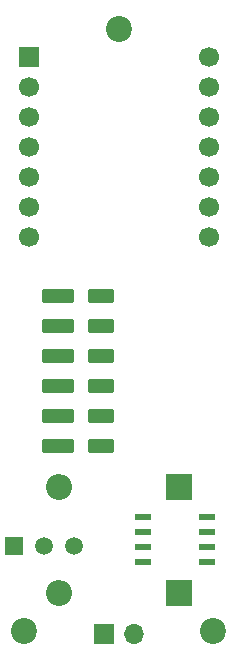
<source format=gbr>
%TF.GenerationSoftware,KiCad,Pcbnew,7.0.9*%
%TF.CreationDate,2024-09-19T11:25:21-04:00*%
%TF.ProjectId,Module_PCB,4d6f6475-6c65-45f5-9043-422e6b696361,rev?*%
%TF.SameCoordinates,Original*%
%TF.FileFunction,Soldermask,Top*%
%TF.FilePolarity,Negative*%
%FSLAX46Y46*%
G04 Gerber Fmt 4.6, Leading zero omitted, Abs format (unit mm)*
G04 Created by KiCad (PCBNEW 7.0.9) date 2024-09-19 11:25:21*
%MOMM*%
%LPD*%
G01*
G04 APERTURE LIST*
G04 Aperture macros list*
%AMRoundRect*
0 Rectangle with rounded corners*
0 $1 Rounding radius*
0 $2 $3 $4 $5 $6 $7 $8 $9 X,Y pos of 4 corners*
0 Add a 4 corners polygon primitive as box body*
4,1,4,$2,$3,$4,$5,$6,$7,$8,$9,$2,$3,0*
0 Add four circle primitives for the rounded corners*
1,1,$1+$1,$2,$3*
1,1,$1+$1,$4,$5*
1,1,$1+$1,$6,$7*
1,1,$1+$1,$8,$9*
0 Add four rect primitives between the rounded corners*
20,1,$1+$1,$2,$3,$4,$5,0*
20,1,$1+$1,$4,$5,$6,$7,0*
20,1,$1+$1,$6,$7,$8,$9,0*
20,1,$1+$1,$8,$9,$2,$3,0*%
G04 Aperture macros list end*
%ADD10R,2.200000X2.200000*%
%ADD11O,2.200000X2.200000*%
%ADD12RoundRect,0.102000X-1.000000X0.500000X-1.000000X-0.500000X1.000000X-0.500000X1.000000X0.500000X0*%
%ADD13C,2.200000*%
%ADD14R,1.500000X1.500000*%
%ADD15C,1.500000*%
%ADD16R,1.700000X1.700000*%
%ADD17O,1.700000X1.700000*%
%ADD18R,1.460500X0.558800*%
%ADD19C,1.700000*%
%ADD20RoundRect,0.102000X1.250000X-0.500000X1.250000X0.500000X-1.250000X0.500000X-1.250000X-0.500000X0*%
G04 APERTURE END LIST*
D10*
%TO.C,D1*%
X15080000Y-40750000D03*
D11*
X4920000Y-40750000D03*
%TD*%
D12*
%TO.C,J1*%
X8475000Y-24650000D03*
X8475000Y-27190000D03*
X8475000Y-29730000D03*
X8475000Y-32270000D03*
X8475000Y-34810000D03*
X8475000Y-37350000D03*
%TD*%
D13*
%TO.C,H3*%
X2000000Y-53000000D03*
%TD*%
D14*
%TO.C,Q1*%
X1170000Y-45750000D03*
D15*
X3710000Y-45750000D03*
X6250000Y-45750000D03*
%TD*%
D13*
%TO.C,H2*%
X18000000Y-53000000D03*
%TD*%
D16*
%TO.C,J3*%
X8725000Y-53250000D03*
D17*
X11265000Y-53250000D03*
%TD*%
D18*
%TO.C,U2*%
X12025850Y-43345000D03*
X12025850Y-44615000D03*
X12025850Y-45885000D03*
X12025850Y-47155000D03*
X17474150Y-47155000D03*
X17474150Y-45885000D03*
X17474150Y-44615000D03*
X17474150Y-43345000D03*
%TD*%
D13*
%TO.C,H1*%
X10000000Y-2000000D03*
%TD*%
D10*
%TO.C,D2*%
X15080000Y-49750000D03*
D11*
X4920000Y-49750000D03*
%TD*%
D16*
%TO.C,U1*%
X2375000Y-4380000D03*
D19*
X2375000Y-6920000D03*
X2375000Y-9460000D03*
X2375000Y-12000000D03*
X2375000Y-14540000D03*
X2375000Y-17080000D03*
X2375000Y-19620000D03*
X17625000Y-19620000D03*
X17625000Y-17080000D03*
X17625000Y-14540000D03*
X17625000Y-12000000D03*
X17625000Y-9460000D03*
X17625000Y-6920000D03*
X17625000Y-4380000D03*
%TD*%
D20*
%TO.C,J2*%
X4850000Y-37350000D03*
X4850000Y-34810000D03*
X4850000Y-32270000D03*
X4850000Y-29730000D03*
X4850000Y-27190000D03*
X4850000Y-24650000D03*
%TD*%
M02*

</source>
